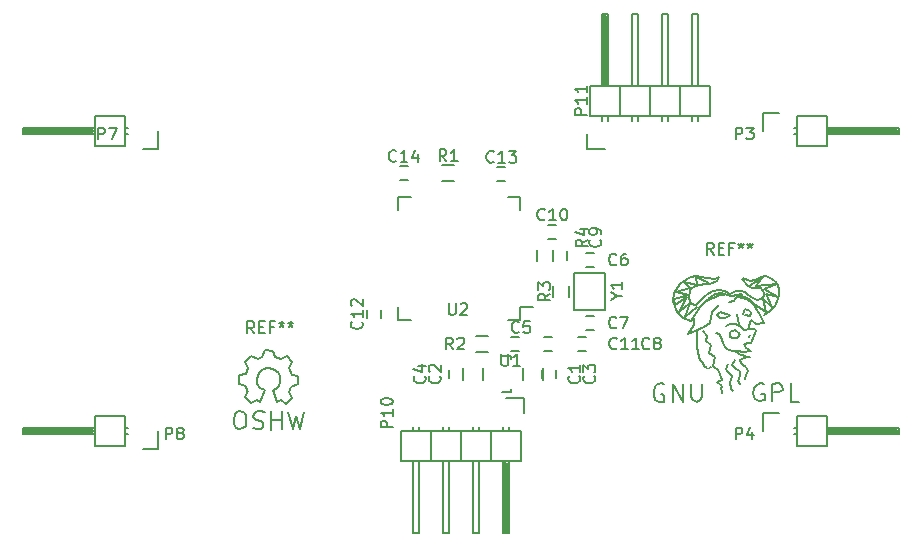
<source format=gbr>
G04 #@! TF.FileFunction,Legend,Top*
%FSLAX46Y46*%
G04 Gerber Fmt 4.6, Leading zero omitted, Abs format (unit mm)*
G04 Created by KiCad (PCBNEW 4.0.2-stable) date 2016年09月17日 星期六 10:25:48*
%MOMM*%
G01*
G04 APERTURE LIST*
%ADD10C,0.100000*%
%ADD11C,0.150000*%
G04 APERTURE END LIST*
D10*
D11*
X149518000Y-96020000D02*
X149518000Y-97020000D01*
X151218000Y-97020000D02*
X151218000Y-96020000D01*
X144438000Y-96020000D02*
X144438000Y-97020000D01*
X146138000Y-97020000D02*
X146138000Y-96020000D01*
X152365000Y-96170000D02*
X152365000Y-96870000D01*
X151165000Y-96870000D02*
X151165000Y-96170000D01*
X144491000Y-96170000D02*
X144491000Y-96870000D01*
X143291000Y-96870000D02*
X143291000Y-96170000D01*
X148494000Y-93380000D02*
X149194000Y-93380000D01*
X149194000Y-94580000D02*
X148494000Y-94580000D01*
X154844000Y-86268000D02*
X155544000Y-86268000D01*
X155544000Y-87468000D02*
X154844000Y-87468000D01*
X155544000Y-92802000D02*
X154844000Y-92802000D01*
X154844000Y-91602000D02*
X155544000Y-91602000D01*
X154209000Y-93380000D02*
X154909000Y-93380000D01*
X154909000Y-94580000D02*
X154209000Y-94580000D01*
X152054000Y-86837000D02*
X152054000Y-86137000D01*
X153254000Y-86137000D02*
X153254000Y-86837000D01*
X151669000Y-83855000D02*
X152369000Y-83855000D01*
X152369000Y-85055000D02*
X151669000Y-85055000D01*
X151988000Y-94580000D02*
X151288000Y-94580000D01*
X151288000Y-93380000D02*
X151988000Y-93380000D01*
X137506000Y-91090000D02*
X137506000Y-91790000D01*
X136306000Y-91790000D02*
X136306000Y-91090000D01*
X147351000Y-78965500D02*
X148051000Y-78965500D01*
X148051000Y-80165500D02*
X147351000Y-80165500D01*
X139796000Y-80102000D02*
X139096000Y-80102000D01*
X139096000Y-78902000D02*
X139796000Y-78902000D01*
X169896000Y-74396000D02*
X169896000Y-75946000D01*
X171196000Y-74396000D02*
X169896000Y-74396000D01*
X175387000Y-75819000D02*
X181229000Y-75819000D01*
X181229000Y-75819000D02*
X181229000Y-76073000D01*
X181229000Y-76073000D02*
X175387000Y-76073000D01*
X175387000Y-76073000D02*
X175387000Y-75946000D01*
X175387000Y-75946000D02*
X181229000Y-75946000D01*
X172720000Y-76200000D02*
X172466000Y-76200000D01*
X172720000Y-75692000D02*
X172466000Y-75692000D01*
X172720000Y-74676000D02*
X175260000Y-74676000D01*
X172720000Y-74676000D02*
X172720000Y-77216000D01*
X172720000Y-77216000D02*
X175260000Y-77216000D01*
X175260000Y-75692000D02*
X181356000Y-75692000D01*
X181356000Y-75692000D02*
X181356000Y-76200000D01*
X181356000Y-76200000D02*
X175260000Y-76200000D01*
X175260000Y-77216000D02*
X175260000Y-74676000D01*
X169896000Y-99796000D02*
X169896000Y-101346000D01*
X171196000Y-99796000D02*
X169896000Y-99796000D01*
X175387000Y-101219000D02*
X181229000Y-101219000D01*
X181229000Y-101219000D02*
X181229000Y-101473000D01*
X181229000Y-101473000D02*
X175387000Y-101473000D01*
X175387000Y-101473000D02*
X175387000Y-101346000D01*
X175387000Y-101346000D02*
X181229000Y-101346000D01*
X172720000Y-101600000D02*
X172466000Y-101600000D01*
X172720000Y-101092000D02*
X172466000Y-101092000D01*
X172720000Y-100076000D02*
X175260000Y-100076000D01*
X172720000Y-100076000D02*
X172720000Y-102616000D01*
X172720000Y-102616000D02*
X175260000Y-102616000D01*
X175260000Y-101092000D02*
X181356000Y-101092000D01*
X181356000Y-101092000D02*
X181356000Y-101600000D01*
X181356000Y-101600000D02*
X175260000Y-101600000D01*
X175260000Y-102616000D02*
X175260000Y-100076000D01*
X118648000Y-77496000D02*
X118648000Y-75946000D01*
X117348000Y-77496000D02*
X118648000Y-77496000D01*
X113157000Y-76073000D02*
X107315000Y-76073000D01*
X107315000Y-76073000D02*
X107315000Y-75819000D01*
X107315000Y-75819000D02*
X113157000Y-75819000D01*
X113157000Y-75819000D02*
X113157000Y-75946000D01*
X113157000Y-75946000D02*
X107315000Y-75946000D01*
X115824000Y-75692000D02*
X116078000Y-75692000D01*
X115824000Y-76200000D02*
X116078000Y-76200000D01*
X115824000Y-77216000D02*
X113284000Y-77216000D01*
X115824000Y-77216000D02*
X115824000Y-74676000D01*
X115824000Y-74676000D02*
X113284000Y-74676000D01*
X113284000Y-76200000D02*
X107188000Y-76200000D01*
X107188000Y-76200000D02*
X107188000Y-75692000D01*
X107188000Y-75692000D02*
X113284000Y-75692000D01*
X113284000Y-74676000D02*
X113284000Y-77216000D01*
X118648000Y-102896000D02*
X118648000Y-101346000D01*
X117348000Y-102896000D02*
X118648000Y-102896000D01*
X113157000Y-101473000D02*
X107315000Y-101473000D01*
X107315000Y-101473000D02*
X107315000Y-101219000D01*
X107315000Y-101219000D02*
X113157000Y-101219000D01*
X113157000Y-101219000D02*
X113157000Y-101346000D01*
X113157000Y-101346000D02*
X107315000Y-101346000D01*
X115824000Y-101092000D02*
X116078000Y-101092000D01*
X115824000Y-101600000D02*
X116078000Y-101600000D01*
X115824000Y-102616000D02*
X113284000Y-102616000D01*
X115824000Y-102616000D02*
X115824000Y-100076000D01*
X115824000Y-100076000D02*
X113284000Y-100076000D01*
X113284000Y-101600000D02*
X107188000Y-101600000D01*
X107188000Y-101600000D02*
X107188000Y-101092000D01*
X107188000Y-101092000D02*
X113284000Y-101092000D01*
X113284000Y-100076000D02*
X113284000Y-102616000D01*
X149632000Y-98522000D02*
X148082000Y-98522000D01*
X149632000Y-99822000D02*
X149632000Y-98522000D01*
X148209000Y-104013000D02*
X148209000Y-109855000D01*
X148209000Y-109855000D02*
X147955000Y-109855000D01*
X147955000Y-109855000D02*
X147955000Y-104013000D01*
X147955000Y-104013000D02*
X148082000Y-104013000D01*
X148082000Y-104013000D02*
X148082000Y-109855000D01*
X148336000Y-101346000D02*
X148336000Y-100965000D01*
X147828000Y-101346000D02*
X147828000Y-100965000D01*
X145796000Y-101346000D02*
X145796000Y-100965000D01*
X145288000Y-101346000D02*
X145288000Y-100965000D01*
X143256000Y-101346000D02*
X143256000Y-100965000D01*
X142748000Y-101346000D02*
X142748000Y-100965000D01*
X140208000Y-101346000D02*
X140208000Y-100965000D01*
X140716000Y-101346000D02*
X140716000Y-100965000D01*
X149352000Y-101346000D02*
X149352000Y-103886000D01*
X146812000Y-101346000D02*
X146812000Y-103886000D01*
X146812000Y-101346000D02*
X144272000Y-101346000D01*
X144272000Y-101346000D02*
X144272000Y-103886000D01*
X145796000Y-103886000D02*
X145796000Y-109982000D01*
X145796000Y-109982000D02*
X145288000Y-109982000D01*
X145288000Y-109982000D02*
X145288000Y-103886000D01*
X144272000Y-103886000D02*
X146812000Y-103886000D01*
X146812000Y-103886000D02*
X149352000Y-103886000D01*
X147828000Y-109982000D02*
X147828000Y-103886000D01*
X148336000Y-109982000D02*
X147828000Y-109982000D01*
X148336000Y-103886000D02*
X148336000Y-109982000D01*
X146812000Y-101346000D02*
X146812000Y-103886000D01*
X149352000Y-101346000D02*
X146812000Y-101346000D01*
X141732000Y-101346000D02*
X141732000Y-103886000D01*
X141732000Y-101346000D02*
X139192000Y-101346000D01*
X139192000Y-101346000D02*
X139192000Y-103886000D01*
X140716000Y-103886000D02*
X140716000Y-109982000D01*
X140716000Y-109982000D02*
X140208000Y-109982000D01*
X140208000Y-109982000D02*
X140208000Y-103886000D01*
X139192000Y-103886000D02*
X141732000Y-103886000D01*
X141732000Y-103886000D02*
X144272000Y-103886000D01*
X142748000Y-109982000D02*
X142748000Y-103886000D01*
X143256000Y-109982000D02*
X142748000Y-109982000D01*
X143256000Y-103886000D02*
X143256000Y-109982000D01*
X141732000Y-101346000D02*
X141732000Y-103886000D01*
X144272000Y-101346000D02*
X141732000Y-101346000D01*
X144272000Y-101346000D02*
X144272000Y-103886000D01*
X154914000Y-77500000D02*
X156464000Y-77500000D01*
X154914000Y-76200000D02*
X154914000Y-77500000D01*
X156337000Y-72009000D02*
X156337000Y-66167000D01*
X156337000Y-66167000D02*
X156591000Y-66167000D01*
X156591000Y-66167000D02*
X156591000Y-72009000D01*
X156591000Y-72009000D02*
X156464000Y-72009000D01*
X156464000Y-72009000D02*
X156464000Y-66167000D01*
X156210000Y-74676000D02*
X156210000Y-75057000D01*
X156718000Y-74676000D02*
X156718000Y-75057000D01*
X158750000Y-74676000D02*
X158750000Y-75057000D01*
X159258000Y-74676000D02*
X159258000Y-75057000D01*
X161290000Y-74676000D02*
X161290000Y-75057000D01*
X161798000Y-74676000D02*
X161798000Y-75057000D01*
X164338000Y-74676000D02*
X164338000Y-75057000D01*
X163830000Y-74676000D02*
X163830000Y-75057000D01*
X155194000Y-74676000D02*
X155194000Y-72136000D01*
X157734000Y-74676000D02*
X157734000Y-72136000D01*
X157734000Y-74676000D02*
X160274000Y-74676000D01*
X160274000Y-74676000D02*
X160274000Y-72136000D01*
X158750000Y-72136000D02*
X158750000Y-66040000D01*
X158750000Y-66040000D02*
X159258000Y-66040000D01*
X159258000Y-66040000D02*
X159258000Y-72136000D01*
X160274000Y-72136000D02*
X157734000Y-72136000D01*
X157734000Y-72136000D02*
X155194000Y-72136000D01*
X156718000Y-66040000D02*
X156718000Y-72136000D01*
X156210000Y-66040000D02*
X156718000Y-66040000D01*
X156210000Y-72136000D02*
X156210000Y-66040000D01*
X157734000Y-74676000D02*
X157734000Y-72136000D01*
X155194000Y-74676000D02*
X157734000Y-74676000D01*
X162814000Y-74676000D02*
X162814000Y-72136000D01*
X162814000Y-74676000D02*
X165354000Y-74676000D01*
X165354000Y-74676000D02*
X165354000Y-72136000D01*
X163830000Y-72136000D02*
X163830000Y-66040000D01*
X163830000Y-66040000D02*
X164338000Y-66040000D01*
X164338000Y-66040000D02*
X164338000Y-72136000D01*
X165354000Y-72136000D02*
X162814000Y-72136000D01*
X162814000Y-72136000D02*
X160274000Y-72136000D01*
X161798000Y-66040000D02*
X161798000Y-72136000D01*
X161290000Y-66040000D02*
X161798000Y-66040000D01*
X161290000Y-72136000D02*
X161290000Y-66040000D01*
X162814000Y-74676000D02*
X162814000Y-72136000D01*
X160274000Y-74676000D02*
X162814000Y-74676000D01*
X160274000Y-74676000D02*
X160274000Y-72136000D01*
X142692500Y-78827000D02*
X143692500Y-78827000D01*
X143692500Y-80177000D02*
X142692500Y-80177000D01*
X145550000Y-93305000D02*
X146550000Y-93305000D01*
X146550000Y-94655000D02*
X145550000Y-94655000D01*
X152106000Y-90035000D02*
X152106000Y-89035000D01*
X153456000Y-89035000D02*
X153456000Y-90035000D01*
X150709000Y-86987000D02*
X150709000Y-85987000D01*
X152059000Y-85987000D02*
X152059000Y-86987000D01*
X148478240Y-97819160D02*
X148478240Y-97770900D01*
X147777200Y-95020180D02*
X148478240Y-95020180D01*
X148478240Y-95020180D02*
X148478240Y-95269100D01*
X148478240Y-97819160D02*
X148478240Y-98019820D01*
X148478240Y-98019820D02*
X147777200Y-98019820D01*
X149320000Y-91916000D02*
X149320000Y-90841000D01*
X138970000Y-91916000D02*
X138970000Y-90841000D01*
X138970000Y-81566000D02*
X138970000Y-82641000D01*
X149320000Y-81566000D02*
X149320000Y-82641000D01*
X149320000Y-91916000D02*
X148245000Y-91916000D01*
X149320000Y-81566000D02*
X148245000Y-81566000D01*
X138970000Y-81566000D02*
X140045000Y-81566000D01*
X138970000Y-91916000D02*
X140045000Y-91916000D01*
X149320000Y-90841000D02*
X150345000Y-90841000D01*
X156494000Y-87935000D02*
X156494000Y-91135000D01*
X156494000Y-91135000D02*
X153894000Y-91135000D01*
X153894000Y-91135000D02*
X153894000Y-87935000D01*
X153894000Y-87935000D02*
X156494000Y-87935000D01*
X129668780Y-99689860D02*
X130029460Y-101160520D01*
X130029460Y-101160520D02*
X130308860Y-100098800D01*
X130308860Y-100098800D02*
X130618740Y-101170680D01*
X130618740Y-101170680D02*
X130959100Y-99720340D01*
X128248920Y-100380740D02*
X129038860Y-100370580D01*
X129038860Y-100370580D02*
X129049020Y-100380740D01*
X129049020Y-100380740D02*
X129049020Y-100370580D01*
X129089660Y-99659380D02*
X129089660Y-101201160D01*
X128200660Y-99649220D02*
X128200660Y-101218940D01*
X128200660Y-101218940D02*
X128210820Y-101208780D01*
X127649480Y-99750820D02*
X127298960Y-99669540D01*
X127298960Y-99669540D02*
X126978920Y-99659380D01*
X126978920Y-99659380D02*
X126740160Y-99860040D01*
X126740160Y-99860040D02*
X126709680Y-100129280D01*
X126709680Y-100129280D02*
X126950980Y-100370580D01*
X126950980Y-100370580D02*
X127339600Y-100500120D01*
X127339600Y-100500120D02*
X127519940Y-100660140D01*
X127519940Y-100660140D02*
X127560580Y-100959860D01*
X127560580Y-100959860D02*
X127329440Y-101180840D01*
X127329440Y-101180840D02*
X127009400Y-101208780D01*
X127009400Y-101208780D02*
X126658880Y-101099560D01*
X125620020Y-99649220D02*
X125371100Y-99669540D01*
X125371100Y-99669540D02*
X125129800Y-99910840D01*
X125129800Y-99910840D02*
X125040900Y-100401060D01*
X125040900Y-100401060D02*
X125068840Y-100749040D01*
X125068840Y-100749040D02*
X125269500Y-101069080D01*
X125269500Y-101069080D02*
X125520960Y-101191000D01*
X125520960Y-101191000D02*
X125830840Y-101119880D01*
X125830840Y-101119880D02*
X126049280Y-100939540D01*
X126049280Y-100939540D02*
X126120400Y-100479800D01*
X126120400Y-100479800D02*
X126069600Y-100070860D01*
X126069600Y-100070860D02*
X125960380Y-99788920D01*
X125960380Y-99788920D02*
X125599700Y-99659380D01*
X126219460Y-97929640D02*
X125960380Y-98490980D01*
X125960380Y-98490980D02*
X126498860Y-99009140D01*
X126498860Y-99009140D02*
X127019560Y-98739900D01*
X127019560Y-98739900D02*
X127298960Y-98899920D01*
X128739140Y-98879600D02*
X129069340Y-98689100D01*
X129069340Y-98689100D02*
X129508760Y-99019300D01*
X129508760Y-99019300D02*
X129981200Y-98529080D01*
X129981200Y-98529080D02*
X129699260Y-98049020D01*
X129699260Y-98049020D02*
X129889760Y-97579120D01*
X129889760Y-97579120D02*
X130499360Y-97391160D01*
X130499360Y-97391160D02*
X130499360Y-96710440D01*
X130499360Y-96710440D02*
X129940560Y-96570740D01*
X129940560Y-96570740D02*
X129739900Y-95999240D01*
X129739900Y-95999240D02*
X130009140Y-95529340D01*
X130009140Y-95529340D02*
X129539240Y-95018800D01*
X129539240Y-95018800D02*
X129021080Y-95280420D01*
X129021080Y-95280420D02*
X128551180Y-95079760D01*
X128551180Y-95079760D02*
X128381000Y-94538740D01*
X128381000Y-94538740D02*
X127690120Y-94520960D01*
X127690120Y-94520960D02*
X127479300Y-95069600D01*
X127479300Y-95069600D02*
X127060200Y-95239780D01*
X127060200Y-95239780D02*
X126509020Y-94970540D01*
X126509020Y-94970540D02*
X125990860Y-95498860D01*
X125990860Y-95498860D02*
X126239780Y-96039880D01*
X126239780Y-96039880D02*
X126069600Y-96519940D01*
X126069600Y-96519940D02*
X125520960Y-96619000D01*
X125520960Y-96619000D02*
X125510800Y-97320040D01*
X125510800Y-97320040D02*
X126069600Y-97520700D01*
X126069600Y-97520700D02*
X126209300Y-97919480D01*
X128350520Y-97899160D02*
X128650240Y-97749300D01*
X128650240Y-97749300D02*
X128850900Y-97551180D01*
X128850900Y-97551180D02*
X129000760Y-97149860D01*
X129000760Y-97149860D02*
X129000760Y-96751080D01*
X129000760Y-96751080D02*
X128850900Y-96400560D01*
X128850900Y-96400560D02*
X128398780Y-96050040D01*
X128398780Y-96050040D02*
X127949200Y-95999240D01*
X127949200Y-95999240D02*
X127550420Y-96100840D01*
X127550420Y-96100840D02*
X127149100Y-96448820D01*
X127149100Y-96448820D02*
X126999240Y-96900940D01*
X126999240Y-96900940D02*
X127050040Y-97398780D01*
X127050040Y-97398780D02*
X127298960Y-97701040D01*
X127298960Y-97701040D02*
X127649480Y-97899160D01*
X127649480Y-97899160D02*
X127298960Y-98899920D01*
X128350520Y-97899160D02*
X128749300Y-98899920D01*
X172199380Y-97250180D02*
X172199380Y-98850380D01*
X172199380Y-98850380D02*
X172900420Y-98850380D01*
X170649980Y-98799580D02*
X170649980Y-97349240D01*
X170649980Y-97349240D02*
X171201160Y-97300980D01*
X171201160Y-97300980D02*
X171450080Y-97499100D01*
X171450080Y-97499100D02*
X171549140Y-97900420D01*
X171549140Y-97900420D02*
X171249420Y-98050280D01*
X171249420Y-98050280D02*
X170749040Y-97999480D01*
X169948940Y-97400040D02*
X169700020Y-97300980D01*
X169700020Y-97300980D02*
X169400300Y-97349240D01*
X169400300Y-97349240D02*
X169100580Y-97699760D01*
X169100580Y-97699760D02*
X169049780Y-98200140D01*
X169049780Y-98200140D02*
X169199640Y-98649720D01*
X169199640Y-98649720D02*
X169550160Y-98799580D01*
X169550160Y-98799580D02*
X169999740Y-98700520D01*
X169999740Y-98700520D02*
X169999740Y-98200140D01*
X169999740Y-98200140D02*
X169700020Y-98200140D01*
X163748800Y-97349240D02*
X163748800Y-98499860D01*
X163748800Y-98499860D02*
X163901200Y-98748780D01*
X163901200Y-98748780D02*
X164249180Y-98901180D01*
X164249180Y-98901180D02*
X164548900Y-98748780D01*
X164548900Y-98748780D02*
X164650500Y-98449060D01*
X164650500Y-98449060D02*
X164650500Y-97349240D01*
X162199400Y-98901180D02*
X162199400Y-97349240D01*
X162199400Y-97349240D02*
X163050300Y-98850380D01*
X163050300Y-98850380D02*
X163050300Y-97349240D01*
X161450100Y-97400040D02*
X161249440Y-97300980D01*
X161249440Y-97300980D02*
X160799860Y-97450840D01*
X160799860Y-97450840D02*
X160599200Y-97849620D01*
X160599200Y-97849620D02*
X160599200Y-98299200D01*
X160599200Y-98299200D02*
X160749060Y-98700520D01*
X160749060Y-98700520D02*
X161048780Y-98850380D01*
X161048780Y-98850380D02*
X161450100Y-98850380D01*
X161450100Y-98850380D02*
X161500900Y-98299200D01*
X161500900Y-98299200D02*
X161249440Y-98200140D01*
X164249180Y-90849380D02*
X163250960Y-91649480D01*
X163250960Y-91649480D02*
X163700540Y-90498860D01*
X163700540Y-90498860D02*
X162750580Y-91298960D01*
X162750580Y-91298960D02*
X163449080Y-90001020D01*
X163449080Y-90001020D02*
X162400060Y-90651260D01*
X162400060Y-90651260D02*
X162301000Y-90199140D01*
X162301000Y-90199140D02*
X163598940Y-89851160D01*
X163598940Y-89851160D02*
X162450860Y-89599700D01*
X162450860Y-89599700D02*
X163700540Y-89200920D01*
X163700540Y-89200920D02*
X163200160Y-88700540D01*
X163200160Y-88700540D02*
X164249180Y-88949460D01*
X164249180Y-88949460D02*
X164200920Y-88299220D01*
X164200920Y-88299220D02*
X165300740Y-88799600D01*
X167749300Y-90001020D02*
X168399540Y-90199140D01*
X168399540Y-90199140D02*
X168800860Y-90399800D01*
X168800860Y-90399800D02*
X170098800Y-91250700D01*
X170098800Y-91250700D02*
X169849880Y-90150880D01*
X169849880Y-90150880D02*
X170599180Y-90849380D01*
X170599180Y-90849380D02*
X170149600Y-89749560D01*
X170149600Y-89749560D02*
X171150360Y-90001020D01*
X171150360Y-90001020D02*
X169900680Y-89299980D01*
X169900680Y-89299980D02*
X171048760Y-88850400D01*
X171048760Y-88850400D02*
X169301240Y-89051060D01*
X169301240Y-89051060D02*
X169799080Y-88350020D01*
X169799080Y-88350020D02*
X168651000Y-89051060D01*
X167850900Y-89698760D02*
X168099820Y-89749560D01*
X164950220Y-90450600D02*
X165450600Y-90150880D01*
X165450600Y-90150880D02*
X166199900Y-89800360D01*
X166199900Y-89800360D02*
X166550420Y-89800360D01*
X165150880Y-96000500D02*
X164899420Y-95799840D01*
X164899420Y-95799840D02*
X164749560Y-95599180D01*
X164749560Y-95599180D02*
X164500640Y-95350260D01*
X164500640Y-95350260D02*
X164449840Y-95050540D01*
X164449840Y-95050540D02*
X164350780Y-94649220D01*
X164350780Y-94649220D02*
X164299980Y-94250440D01*
X164299980Y-94250440D02*
X164249180Y-93849120D01*
X164249180Y-93849120D02*
X164249180Y-93348740D01*
X164249180Y-93348740D02*
X164249180Y-92850900D01*
X165249940Y-96000500D02*
X165450600Y-95949700D01*
X164800360Y-92850900D02*
X165100080Y-93300480D01*
X165100080Y-93300480D02*
X165001020Y-93750060D01*
X165001020Y-93750060D02*
X165450600Y-94049780D01*
X165450600Y-94049780D02*
X165249940Y-94700020D01*
X165249940Y-94700020D02*
X165801120Y-95098800D01*
X165801120Y-95098800D02*
X165600460Y-95799840D01*
X165600460Y-95799840D02*
X166149100Y-96249420D01*
X166400560Y-97999480D02*
X166349760Y-98101080D01*
X166100840Y-96351020D02*
X166298960Y-96749800D01*
X166298960Y-96749800D02*
X166400560Y-97049520D01*
X166400560Y-97049520D02*
X165999240Y-97151120D01*
X165999240Y-97151120D02*
X166349760Y-97499100D01*
X166349760Y-97499100D02*
X166298960Y-97798820D01*
X166298960Y-97798820D02*
X166349760Y-97951220D01*
X166850140Y-95700780D02*
X166700280Y-96099560D01*
X166700280Y-96099560D02*
X166799340Y-96300220D01*
X166799340Y-96300220D02*
X167050800Y-96500880D01*
X167050800Y-96500880D02*
X167200660Y-96699000D01*
X167200660Y-96699000D02*
X167149860Y-97001260D01*
X167149860Y-97001260D02*
X167099060Y-97199380D01*
X167099060Y-97199380D02*
X167149860Y-97750560D01*
X167149860Y-97750560D02*
X167350520Y-97951220D01*
X167449580Y-95299460D02*
X167248920Y-95749040D01*
X167248920Y-95749040D02*
X167551180Y-96048760D01*
X167551180Y-96048760D02*
X167949960Y-96249420D01*
X167949960Y-96249420D02*
X167899160Y-96699000D01*
X167899160Y-96699000D02*
X167749300Y-97100320D01*
X167749300Y-97100320D02*
X167899160Y-97349240D01*
X168300480Y-96899660D02*
X168348740Y-96899660D01*
X168249680Y-94948940D02*
X168501140Y-95050540D01*
X168501140Y-95050540D02*
X168750060Y-95050540D01*
X168750060Y-95050540D02*
X168549400Y-95098800D01*
X168549400Y-95098800D02*
X168000760Y-95200400D01*
X168000760Y-95200400D02*
X167949960Y-95350260D01*
X167949960Y-95350260D02*
X168000760Y-95550920D01*
X168000760Y-95550920D02*
X168198880Y-95749040D01*
X168198880Y-95749040D02*
X168450340Y-95949700D01*
X168450340Y-95949700D02*
X168549400Y-96300220D01*
X168549400Y-96300220D02*
X168450340Y-96599940D01*
X168450340Y-96599940D02*
X168300480Y-96899660D01*
X167599440Y-94649220D02*
X168000760Y-94900680D01*
X168000760Y-94900680D02*
X168249680Y-94900680D01*
X168800860Y-94550160D02*
X168198880Y-94649220D01*
X168198880Y-94649220D02*
X167749300Y-94600960D01*
X167749300Y-94600960D02*
X167248920Y-94550160D01*
X167248920Y-94550160D02*
X166799340Y-94400300D01*
X166799340Y-94400300D02*
X166649480Y-94199640D01*
X166649480Y-94199640D02*
X166448820Y-93849120D01*
X166448820Y-93849120D02*
X166298960Y-93348740D01*
X166298960Y-93348740D02*
X166149100Y-93099820D01*
X166149100Y-93099820D02*
X165849380Y-93049020D01*
X168800860Y-93849120D02*
X168651000Y-93849120D01*
X168651000Y-93849120D02*
X168249680Y-93950720D01*
X168249680Y-93950720D02*
X168399540Y-94301240D01*
X168399540Y-94301240D02*
X168750060Y-94499360D01*
X168750060Y-92000000D02*
X168699260Y-92650240D01*
X168000760Y-92500380D02*
X168099820Y-92650240D01*
X168099820Y-92650240D02*
X168249680Y-92800100D01*
X168249680Y-92800100D02*
X168399540Y-92800100D01*
X168399540Y-92800100D02*
X168600200Y-92701040D01*
X168600200Y-92701040D02*
X168800860Y-92701040D01*
X167850900Y-92449580D02*
X167551180Y-92299720D01*
X167551180Y-92299720D02*
X167248920Y-92299720D01*
X167248920Y-92299720D02*
X167099060Y-92299720D01*
X167099060Y-92299720D02*
X166900940Y-92398780D01*
X166900940Y-92398780D02*
X166700280Y-92449580D01*
X167650240Y-91448820D02*
X167701040Y-91900940D01*
X167701040Y-91900940D02*
X167850900Y-92299720D01*
X167850900Y-92299720D02*
X167949960Y-92449580D01*
X168750060Y-93249680D02*
X168651000Y-93399540D01*
X167899160Y-93150620D02*
X167449580Y-92800100D01*
X167449580Y-92800100D02*
X167050800Y-92949960D01*
X167050800Y-92949960D02*
X167099060Y-93348740D01*
X167099060Y-93348740D02*
X167350520Y-93501140D01*
X167350520Y-93501140D02*
X167650240Y-93501140D01*
X167650240Y-93501140D02*
X167749300Y-93399540D01*
X167749300Y-93399540D02*
X167899160Y-93150620D01*
X168198880Y-91400560D02*
X168348740Y-91050040D01*
X168348740Y-91050040D02*
X168750060Y-91149100D01*
X168750060Y-91149100D02*
X168849120Y-91349760D01*
X168849120Y-91349760D02*
X168750060Y-91601220D01*
X168750060Y-91601220D02*
X168300480Y-91499620D01*
X167050800Y-91550420D02*
X166700280Y-91400560D01*
X166700280Y-91400560D02*
X166250700Y-91298960D01*
X166250700Y-91298960D02*
X165999240Y-91550420D01*
X165999240Y-91550420D02*
X166199900Y-91799340D01*
X166199900Y-91799340D02*
X166601220Y-91799340D01*
X166601220Y-91799340D02*
X167000000Y-91601220D01*
X167000000Y-90450600D02*
X167398780Y-90300740D01*
X167398780Y-90300740D02*
X167650240Y-89950220D01*
X164000260Y-91751080D02*
X164000260Y-92350520D01*
X164000260Y-92350520D02*
X163499880Y-93099820D01*
X163499880Y-93099820D02*
X164899420Y-92551180D01*
X164899420Y-92551180D02*
X165399800Y-92200660D01*
X165399800Y-92200660D02*
X165549660Y-91250700D01*
X165549660Y-91250700D02*
X166149100Y-90699520D01*
X168099820Y-88499880D02*
X168549400Y-89099320D01*
X168549400Y-89099320D02*
X168899920Y-89200920D01*
X168899920Y-89200920D02*
X169349500Y-89200920D01*
X169349500Y-89200920D02*
X169700020Y-89249180D01*
X169700020Y-89249180D02*
X169900680Y-89650500D01*
X169900680Y-89650500D02*
X169948940Y-89950220D01*
X169948940Y-89950220D02*
X169649220Y-90199140D01*
X169649220Y-90199140D02*
X169349500Y-90249940D01*
X169349500Y-90249940D02*
X168998980Y-90100080D01*
X168998980Y-90100080D02*
X168549400Y-89800360D01*
X168549400Y-89800360D02*
X168300480Y-89599700D01*
X168300480Y-89599700D02*
X168000760Y-89449840D01*
X168000760Y-89449840D02*
X167599440Y-89449840D01*
X167599440Y-89449840D02*
X167099060Y-89698760D01*
X167099060Y-89698760D02*
X166900940Y-89650500D01*
X166900940Y-89650500D02*
X166601220Y-89500640D01*
X166601220Y-89500640D02*
X166100840Y-89399040D01*
X166100840Y-89399040D02*
X165600460Y-89449840D01*
X165600460Y-89449840D02*
X165001020Y-89851160D01*
X165001020Y-89851160D02*
X164548900Y-90300740D01*
X164548900Y-90300740D02*
X164200920Y-90699520D01*
X164200920Y-90699520D02*
X163748800Y-90549660D01*
X163748800Y-90549660D02*
X163550680Y-90049280D01*
X163550680Y-90049280D02*
X163649740Y-89399040D01*
X163649740Y-89399040D02*
X163949460Y-89150120D01*
X163949460Y-89150120D02*
X164399040Y-89000260D01*
X164399040Y-89000260D02*
X165049280Y-88850400D01*
X165049280Y-88850400D02*
X165399800Y-88901200D01*
X165399800Y-88901200D02*
X165950980Y-88649740D01*
X165950980Y-88649740D02*
X166149100Y-88299220D01*
X166149100Y-88299220D02*
X165750320Y-88449080D01*
X165750320Y-88449080D02*
X165100080Y-88400820D01*
X165100080Y-88400820D02*
X164150120Y-88250960D01*
X164150120Y-88250960D02*
X163748800Y-88299220D01*
X163748800Y-88299220D02*
X163400820Y-88449080D01*
X163400820Y-88449080D02*
X162798840Y-88850400D01*
X162798840Y-88850400D02*
X162349260Y-89650500D01*
X162349260Y-89650500D02*
X162250200Y-90349000D01*
X162250200Y-90349000D02*
X162549920Y-91250700D01*
X162549920Y-91250700D02*
X163101100Y-91751080D01*
X163101100Y-91751080D02*
X163748800Y-92000000D01*
X163748800Y-92000000D02*
X164500640Y-90801120D01*
X164500640Y-90801120D02*
X165199140Y-90150880D01*
X165199140Y-90150880D02*
X165801120Y-89698760D01*
X165801120Y-89698760D02*
X166349760Y-89650500D01*
X166349760Y-89650500D02*
X166799340Y-89851160D01*
X166799340Y-89851160D02*
X167200660Y-89950220D01*
X167200660Y-89950220D02*
X167650240Y-89800360D01*
X167650240Y-89800360D02*
X168099820Y-89899420D01*
X168099820Y-89899420D02*
X168699260Y-90199140D01*
X168699260Y-90199140D02*
X168899920Y-90450600D01*
X168899920Y-90450600D02*
X169600960Y-91550420D01*
X169600960Y-91550420D02*
X169900680Y-92200660D01*
X169900680Y-92200660D02*
X169301240Y-92299720D01*
X169301240Y-92299720D02*
X168849120Y-91900940D01*
X168750060Y-92701040D02*
X169148840Y-92701040D01*
X169148840Y-92701040D02*
X169301240Y-92850900D01*
X169301240Y-92850900D02*
X168800860Y-93849120D01*
X168150620Y-88400820D02*
X168750060Y-88649740D01*
X168750060Y-88649740D02*
X169199640Y-88550680D01*
X169199640Y-88550680D02*
X169700020Y-88299220D01*
X169700020Y-88299220D02*
X170149600Y-88250960D01*
X170149600Y-88250960D02*
X170599180Y-88499880D01*
X170599180Y-88499880D02*
X171048760Y-88799600D01*
X171048760Y-88799600D02*
X171249420Y-89350780D01*
X171249420Y-89350780D02*
X171249420Y-89800360D01*
X171249420Y-89800360D02*
X171150360Y-90199140D01*
X171150360Y-90199140D02*
X170898900Y-90750320D01*
X170898900Y-90750320D02*
X170449320Y-91149100D01*
X170449320Y-91149100D02*
X169900680Y-91550420D01*
X154281143Y-96686666D02*
X154328762Y-96734285D01*
X154376381Y-96877142D01*
X154376381Y-96972380D01*
X154328762Y-97115238D01*
X154233524Y-97210476D01*
X154138286Y-97258095D01*
X153947810Y-97305714D01*
X153804952Y-97305714D01*
X153614476Y-97258095D01*
X153519238Y-97210476D01*
X153424000Y-97115238D01*
X153376381Y-96972380D01*
X153376381Y-96877142D01*
X153424000Y-96734285D01*
X153471619Y-96686666D01*
X154376381Y-95734285D02*
X154376381Y-96305714D01*
X154376381Y-96020000D02*
X153376381Y-96020000D01*
X153519238Y-96115238D01*
X153614476Y-96210476D01*
X153662095Y-96305714D01*
X142470143Y-96686666D02*
X142517762Y-96734285D01*
X142565381Y-96877142D01*
X142565381Y-96972380D01*
X142517762Y-97115238D01*
X142422524Y-97210476D01*
X142327286Y-97258095D01*
X142136810Y-97305714D01*
X141993952Y-97305714D01*
X141803476Y-97258095D01*
X141708238Y-97210476D01*
X141613000Y-97115238D01*
X141565381Y-96972380D01*
X141565381Y-96877142D01*
X141613000Y-96734285D01*
X141660619Y-96686666D01*
X141660619Y-96305714D02*
X141613000Y-96258095D01*
X141565381Y-96162857D01*
X141565381Y-95924761D01*
X141613000Y-95829523D01*
X141660619Y-95781904D01*
X141755857Y-95734285D01*
X141851095Y-95734285D01*
X141993952Y-95781904D01*
X142565381Y-96353333D01*
X142565381Y-95734285D01*
X155551143Y-96686666D02*
X155598762Y-96734285D01*
X155646381Y-96877142D01*
X155646381Y-96972380D01*
X155598762Y-97115238D01*
X155503524Y-97210476D01*
X155408286Y-97258095D01*
X155217810Y-97305714D01*
X155074952Y-97305714D01*
X154884476Y-97258095D01*
X154789238Y-97210476D01*
X154694000Y-97115238D01*
X154646381Y-96972380D01*
X154646381Y-96877142D01*
X154694000Y-96734285D01*
X154741619Y-96686666D01*
X154646381Y-96353333D02*
X154646381Y-95734285D01*
X155027333Y-96067619D01*
X155027333Y-95924761D01*
X155074952Y-95829523D01*
X155122571Y-95781904D01*
X155217810Y-95734285D01*
X155455905Y-95734285D01*
X155551143Y-95781904D01*
X155598762Y-95829523D01*
X155646381Y-95924761D01*
X155646381Y-96210476D01*
X155598762Y-96305714D01*
X155551143Y-96353333D01*
X141200143Y-96686666D02*
X141247762Y-96734285D01*
X141295381Y-96877142D01*
X141295381Y-96972380D01*
X141247762Y-97115238D01*
X141152524Y-97210476D01*
X141057286Y-97258095D01*
X140866810Y-97305714D01*
X140723952Y-97305714D01*
X140533476Y-97258095D01*
X140438238Y-97210476D01*
X140343000Y-97115238D01*
X140295381Y-96972380D01*
X140295381Y-96877142D01*
X140343000Y-96734285D01*
X140390619Y-96686666D01*
X140628714Y-95829523D02*
X141295381Y-95829523D01*
X140247762Y-96067619D02*
X140962048Y-96305714D01*
X140962048Y-95686666D01*
X149185334Y-92940143D02*
X149137715Y-92987762D01*
X148994858Y-93035381D01*
X148899620Y-93035381D01*
X148756762Y-92987762D01*
X148661524Y-92892524D01*
X148613905Y-92797286D01*
X148566286Y-92606810D01*
X148566286Y-92463952D01*
X148613905Y-92273476D01*
X148661524Y-92178238D01*
X148756762Y-92083000D01*
X148899620Y-92035381D01*
X148994858Y-92035381D01*
X149137715Y-92083000D01*
X149185334Y-92130619D01*
X150090096Y-92035381D02*
X149613905Y-92035381D01*
X149566286Y-92511571D01*
X149613905Y-92463952D01*
X149709143Y-92416333D01*
X149947239Y-92416333D01*
X150042477Y-92463952D01*
X150090096Y-92511571D01*
X150137715Y-92606810D01*
X150137715Y-92844905D01*
X150090096Y-92940143D01*
X150042477Y-92987762D01*
X149947239Y-93035381D01*
X149709143Y-93035381D01*
X149613905Y-92987762D01*
X149566286Y-92940143D01*
X157440334Y-87225143D02*
X157392715Y-87272762D01*
X157249858Y-87320381D01*
X157154620Y-87320381D01*
X157011762Y-87272762D01*
X156916524Y-87177524D01*
X156868905Y-87082286D01*
X156821286Y-86891810D01*
X156821286Y-86748952D01*
X156868905Y-86558476D01*
X156916524Y-86463238D01*
X157011762Y-86368000D01*
X157154620Y-86320381D01*
X157249858Y-86320381D01*
X157392715Y-86368000D01*
X157440334Y-86415619D01*
X158297477Y-86320381D02*
X158107000Y-86320381D01*
X158011762Y-86368000D01*
X157964143Y-86415619D01*
X157868905Y-86558476D01*
X157821286Y-86748952D01*
X157821286Y-87129905D01*
X157868905Y-87225143D01*
X157916524Y-87272762D01*
X158011762Y-87320381D01*
X158202239Y-87320381D01*
X158297477Y-87272762D01*
X158345096Y-87225143D01*
X158392715Y-87129905D01*
X158392715Y-86891810D01*
X158345096Y-86796571D01*
X158297477Y-86748952D01*
X158202239Y-86701333D01*
X158011762Y-86701333D01*
X157916524Y-86748952D01*
X157868905Y-86796571D01*
X157821286Y-86891810D01*
X157440334Y-92559143D02*
X157392715Y-92606762D01*
X157249858Y-92654381D01*
X157154620Y-92654381D01*
X157011762Y-92606762D01*
X156916524Y-92511524D01*
X156868905Y-92416286D01*
X156821286Y-92225810D01*
X156821286Y-92082952D01*
X156868905Y-91892476D01*
X156916524Y-91797238D01*
X157011762Y-91702000D01*
X157154620Y-91654381D01*
X157249858Y-91654381D01*
X157392715Y-91702000D01*
X157440334Y-91749619D01*
X157773667Y-91654381D02*
X158440334Y-91654381D01*
X158011762Y-92654381D01*
X160234334Y-94337143D02*
X160186715Y-94384762D01*
X160043858Y-94432381D01*
X159948620Y-94432381D01*
X159805762Y-94384762D01*
X159710524Y-94289524D01*
X159662905Y-94194286D01*
X159615286Y-94003810D01*
X159615286Y-93860952D01*
X159662905Y-93670476D01*
X159710524Y-93575238D01*
X159805762Y-93480000D01*
X159948620Y-93432381D01*
X160043858Y-93432381D01*
X160186715Y-93480000D01*
X160234334Y-93527619D01*
X160805762Y-93860952D02*
X160710524Y-93813333D01*
X160662905Y-93765714D01*
X160615286Y-93670476D01*
X160615286Y-93622857D01*
X160662905Y-93527619D01*
X160710524Y-93480000D01*
X160805762Y-93432381D01*
X160996239Y-93432381D01*
X161091477Y-93480000D01*
X161139096Y-93527619D01*
X161186715Y-93622857D01*
X161186715Y-93670476D01*
X161139096Y-93765714D01*
X161091477Y-93813333D01*
X160996239Y-93860952D01*
X160805762Y-93860952D01*
X160710524Y-93908571D01*
X160662905Y-93956190D01*
X160615286Y-94051429D01*
X160615286Y-94241905D01*
X160662905Y-94337143D01*
X160710524Y-94384762D01*
X160805762Y-94432381D01*
X160996239Y-94432381D01*
X161091477Y-94384762D01*
X161139096Y-94337143D01*
X161186715Y-94241905D01*
X161186715Y-94051429D01*
X161139096Y-93956190D01*
X161091477Y-93908571D01*
X160996239Y-93860952D01*
X156059143Y-85129666D02*
X156106762Y-85177285D01*
X156154381Y-85320142D01*
X156154381Y-85415380D01*
X156106762Y-85558238D01*
X156011524Y-85653476D01*
X155916286Y-85701095D01*
X155725810Y-85748714D01*
X155582952Y-85748714D01*
X155392476Y-85701095D01*
X155297238Y-85653476D01*
X155202000Y-85558238D01*
X155154381Y-85415380D01*
X155154381Y-85320142D01*
X155202000Y-85177285D01*
X155249619Y-85129666D01*
X156154381Y-84653476D02*
X156154381Y-84463000D01*
X156106762Y-84367761D01*
X156059143Y-84320142D01*
X155916286Y-84224904D01*
X155725810Y-84177285D01*
X155344857Y-84177285D01*
X155249619Y-84224904D01*
X155202000Y-84272523D01*
X155154381Y-84367761D01*
X155154381Y-84558238D01*
X155202000Y-84653476D01*
X155249619Y-84701095D01*
X155344857Y-84748714D01*
X155582952Y-84748714D01*
X155678190Y-84701095D01*
X155725810Y-84653476D01*
X155773429Y-84558238D01*
X155773429Y-84367761D01*
X155725810Y-84272523D01*
X155678190Y-84224904D01*
X155582952Y-84177285D01*
X151376143Y-83415143D02*
X151328524Y-83462762D01*
X151185667Y-83510381D01*
X151090429Y-83510381D01*
X150947571Y-83462762D01*
X150852333Y-83367524D01*
X150804714Y-83272286D01*
X150757095Y-83081810D01*
X150757095Y-82938952D01*
X150804714Y-82748476D01*
X150852333Y-82653238D01*
X150947571Y-82558000D01*
X151090429Y-82510381D01*
X151185667Y-82510381D01*
X151328524Y-82558000D01*
X151376143Y-82605619D01*
X152328524Y-83510381D02*
X151757095Y-83510381D01*
X152042809Y-83510381D02*
X152042809Y-82510381D01*
X151947571Y-82653238D01*
X151852333Y-82748476D01*
X151757095Y-82796095D01*
X152947571Y-82510381D02*
X153042810Y-82510381D01*
X153138048Y-82558000D01*
X153185667Y-82605619D01*
X153233286Y-82700857D01*
X153280905Y-82891333D01*
X153280905Y-83129429D01*
X153233286Y-83319905D01*
X153185667Y-83415143D01*
X153138048Y-83462762D01*
X153042810Y-83510381D01*
X152947571Y-83510381D01*
X152852333Y-83462762D01*
X152804714Y-83415143D01*
X152757095Y-83319905D01*
X152709476Y-83129429D01*
X152709476Y-82891333D01*
X152757095Y-82700857D01*
X152804714Y-82605619D01*
X152852333Y-82558000D01*
X152947571Y-82510381D01*
X157472143Y-94337143D02*
X157424524Y-94384762D01*
X157281667Y-94432381D01*
X157186429Y-94432381D01*
X157043571Y-94384762D01*
X156948333Y-94289524D01*
X156900714Y-94194286D01*
X156853095Y-94003810D01*
X156853095Y-93860952D01*
X156900714Y-93670476D01*
X156948333Y-93575238D01*
X157043571Y-93480000D01*
X157186429Y-93432381D01*
X157281667Y-93432381D01*
X157424524Y-93480000D01*
X157472143Y-93527619D01*
X158424524Y-94432381D02*
X157853095Y-94432381D01*
X158138809Y-94432381D02*
X158138809Y-93432381D01*
X158043571Y-93575238D01*
X157948333Y-93670476D01*
X157853095Y-93718095D01*
X159376905Y-94432381D02*
X158805476Y-94432381D01*
X159091190Y-94432381D02*
X159091190Y-93432381D01*
X158995952Y-93575238D01*
X158900714Y-93670476D01*
X158805476Y-93718095D01*
X135866143Y-92082857D02*
X135913762Y-92130476D01*
X135961381Y-92273333D01*
X135961381Y-92368571D01*
X135913762Y-92511429D01*
X135818524Y-92606667D01*
X135723286Y-92654286D01*
X135532810Y-92701905D01*
X135389952Y-92701905D01*
X135199476Y-92654286D01*
X135104238Y-92606667D01*
X135009000Y-92511429D01*
X134961381Y-92368571D01*
X134961381Y-92273333D01*
X135009000Y-92130476D01*
X135056619Y-92082857D01*
X135961381Y-91130476D02*
X135961381Y-91701905D01*
X135961381Y-91416191D02*
X134961381Y-91416191D01*
X135104238Y-91511429D01*
X135199476Y-91606667D01*
X135247095Y-91701905D01*
X135056619Y-90749524D02*
X135009000Y-90701905D01*
X134961381Y-90606667D01*
X134961381Y-90368571D01*
X135009000Y-90273333D01*
X135056619Y-90225714D01*
X135151857Y-90178095D01*
X135247095Y-90178095D01*
X135389952Y-90225714D01*
X135961381Y-90797143D01*
X135961381Y-90178095D01*
X147058143Y-78525643D02*
X147010524Y-78573262D01*
X146867667Y-78620881D01*
X146772429Y-78620881D01*
X146629571Y-78573262D01*
X146534333Y-78478024D01*
X146486714Y-78382786D01*
X146439095Y-78192310D01*
X146439095Y-78049452D01*
X146486714Y-77858976D01*
X146534333Y-77763738D01*
X146629571Y-77668500D01*
X146772429Y-77620881D01*
X146867667Y-77620881D01*
X147010524Y-77668500D01*
X147058143Y-77716119D01*
X148010524Y-78620881D02*
X147439095Y-78620881D01*
X147724809Y-78620881D02*
X147724809Y-77620881D01*
X147629571Y-77763738D01*
X147534333Y-77858976D01*
X147439095Y-77906595D01*
X148343857Y-77620881D02*
X148962905Y-77620881D01*
X148629571Y-78001833D01*
X148772429Y-78001833D01*
X148867667Y-78049452D01*
X148915286Y-78097071D01*
X148962905Y-78192310D01*
X148962905Y-78430405D01*
X148915286Y-78525643D01*
X148867667Y-78573262D01*
X148772429Y-78620881D01*
X148486714Y-78620881D01*
X148391476Y-78573262D01*
X148343857Y-78525643D01*
X138803143Y-78462143D02*
X138755524Y-78509762D01*
X138612667Y-78557381D01*
X138517429Y-78557381D01*
X138374571Y-78509762D01*
X138279333Y-78414524D01*
X138231714Y-78319286D01*
X138184095Y-78128810D01*
X138184095Y-77985952D01*
X138231714Y-77795476D01*
X138279333Y-77700238D01*
X138374571Y-77605000D01*
X138517429Y-77557381D01*
X138612667Y-77557381D01*
X138755524Y-77605000D01*
X138803143Y-77652619D01*
X139755524Y-78557381D02*
X139184095Y-78557381D01*
X139469809Y-78557381D02*
X139469809Y-77557381D01*
X139374571Y-77700238D01*
X139279333Y-77795476D01*
X139184095Y-77843095D01*
X140612667Y-77890714D02*
X140612667Y-78557381D01*
X140374571Y-77509762D02*
X140136476Y-78224048D01*
X140755524Y-78224048D01*
X167536905Y-76652381D02*
X167536905Y-75652381D01*
X167917858Y-75652381D01*
X168013096Y-75700000D01*
X168060715Y-75747619D01*
X168108334Y-75842857D01*
X168108334Y-75985714D01*
X168060715Y-76080952D01*
X168013096Y-76128571D01*
X167917858Y-76176190D01*
X167536905Y-76176190D01*
X168441667Y-75652381D02*
X169060715Y-75652381D01*
X168727381Y-76033333D01*
X168870239Y-76033333D01*
X168965477Y-76080952D01*
X169013096Y-76128571D01*
X169060715Y-76223810D01*
X169060715Y-76461905D01*
X169013096Y-76557143D01*
X168965477Y-76604762D01*
X168870239Y-76652381D01*
X168584524Y-76652381D01*
X168489286Y-76604762D01*
X168441667Y-76557143D01*
X167536905Y-102052381D02*
X167536905Y-101052381D01*
X167917858Y-101052381D01*
X168013096Y-101100000D01*
X168060715Y-101147619D01*
X168108334Y-101242857D01*
X168108334Y-101385714D01*
X168060715Y-101480952D01*
X168013096Y-101528571D01*
X167917858Y-101576190D01*
X167536905Y-101576190D01*
X168965477Y-101385714D02*
X168965477Y-102052381D01*
X168727381Y-101004762D02*
X168489286Y-101719048D01*
X169108334Y-101719048D01*
X113561905Y-76652381D02*
X113561905Y-75652381D01*
X113942858Y-75652381D01*
X114038096Y-75700000D01*
X114085715Y-75747619D01*
X114133334Y-75842857D01*
X114133334Y-75985714D01*
X114085715Y-76080952D01*
X114038096Y-76128571D01*
X113942858Y-76176190D01*
X113561905Y-76176190D01*
X114466667Y-75652381D02*
X115133334Y-75652381D01*
X114704762Y-76652381D01*
X119276905Y-102052381D02*
X119276905Y-101052381D01*
X119657858Y-101052381D01*
X119753096Y-101100000D01*
X119800715Y-101147619D01*
X119848334Y-101242857D01*
X119848334Y-101385714D01*
X119800715Y-101480952D01*
X119753096Y-101528571D01*
X119657858Y-101576190D01*
X119276905Y-101576190D01*
X120419762Y-101480952D02*
X120324524Y-101433333D01*
X120276905Y-101385714D01*
X120229286Y-101290476D01*
X120229286Y-101242857D01*
X120276905Y-101147619D01*
X120324524Y-101100000D01*
X120419762Y-101052381D01*
X120610239Y-101052381D01*
X120705477Y-101100000D01*
X120753096Y-101147619D01*
X120800715Y-101242857D01*
X120800715Y-101290476D01*
X120753096Y-101385714D01*
X120705477Y-101433333D01*
X120610239Y-101480952D01*
X120419762Y-101480952D01*
X120324524Y-101528571D01*
X120276905Y-101576190D01*
X120229286Y-101671429D01*
X120229286Y-101861905D01*
X120276905Y-101957143D01*
X120324524Y-102004762D01*
X120419762Y-102052381D01*
X120610239Y-102052381D01*
X120705477Y-102004762D01*
X120753096Y-101957143D01*
X120800715Y-101861905D01*
X120800715Y-101671429D01*
X120753096Y-101576190D01*
X120705477Y-101528571D01*
X120610239Y-101480952D01*
X138501381Y-101036286D02*
X137501381Y-101036286D01*
X137501381Y-100655333D01*
X137549000Y-100560095D01*
X137596619Y-100512476D01*
X137691857Y-100464857D01*
X137834714Y-100464857D01*
X137929952Y-100512476D01*
X137977571Y-100560095D01*
X138025190Y-100655333D01*
X138025190Y-101036286D01*
X138501381Y-99512476D02*
X138501381Y-100083905D01*
X138501381Y-99798191D02*
X137501381Y-99798191D01*
X137644238Y-99893429D01*
X137739476Y-99988667D01*
X137787095Y-100083905D01*
X137501381Y-98893429D02*
X137501381Y-98798190D01*
X137549000Y-98702952D01*
X137596619Y-98655333D01*
X137691857Y-98607714D01*
X137882333Y-98560095D01*
X138120429Y-98560095D01*
X138310905Y-98607714D01*
X138406143Y-98655333D01*
X138453762Y-98702952D01*
X138501381Y-98798190D01*
X138501381Y-98893429D01*
X138453762Y-98988667D01*
X138406143Y-99036286D01*
X138310905Y-99083905D01*
X138120429Y-99131524D01*
X137882333Y-99131524D01*
X137691857Y-99083905D01*
X137596619Y-99036286D01*
X137549000Y-98988667D01*
X137501381Y-98893429D01*
X154920381Y-74582286D02*
X153920381Y-74582286D01*
X153920381Y-74201333D01*
X153968000Y-74106095D01*
X154015619Y-74058476D01*
X154110857Y-74010857D01*
X154253714Y-74010857D01*
X154348952Y-74058476D01*
X154396571Y-74106095D01*
X154444190Y-74201333D01*
X154444190Y-74582286D01*
X154920381Y-73058476D02*
X154920381Y-73629905D01*
X154920381Y-73344191D02*
X153920381Y-73344191D01*
X154063238Y-73439429D01*
X154158476Y-73534667D01*
X154206095Y-73629905D01*
X154920381Y-72106095D02*
X154920381Y-72677524D01*
X154920381Y-72391810D02*
X153920381Y-72391810D01*
X154063238Y-72487048D01*
X154158476Y-72582286D01*
X154206095Y-72677524D01*
X143051234Y-78493881D02*
X142717900Y-78017690D01*
X142479805Y-78493881D02*
X142479805Y-77493881D01*
X142860758Y-77493881D01*
X142955996Y-77541500D01*
X143003615Y-77589119D01*
X143051234Y-77684357D01*
X143051234Y-77827214D01*
X143003615Y-77922452D01*
X142955996Y-77970071D01*
X142860758Y-78017690D01*
X142479805Y-78017690D01*
X144003615Y-78493881D02*
X143432186Y-78493881D01*
X143717900Y-78493881D02*
X143717900Y-77493881D01*
X143622662Y-77636738D01*
X143527424Y-77731976D01*
X143432186Y-77779595D01*
X143597334Y-94432381D02*
X143264000Y-93956190D01*
X143025905Y-94432381D02*
X143025905Y-93432381D01*
X143406858Y-93432381D01*
X143502096Y-93480000D01*
X143549715Y-93527619D01*
X143597334Y-93622857D01*
X143597334Y-93765714D01*
X143549715Y-93860952D01*
X143502096Y-93908571D01*
X143406858Y-93956190D01*
X143025905Y-93956190D01*
X143978286Y-93527619D02*
X144025905Y-93480000D01*
X144121143Y-93432381D01*
X144359239Y-93432381D01*
X144454477Y-93480000D01*
X144502096Y-93527619D01*
X144549715Y-93622857D01*
X144549715Y-93718095D01*
X144502096Y-93860952D01*
X143930667Y-94432381D01*
X144549715Y-94432381D01*
X151836381Y-89701666D02*
X151360190Y-90035000D01*
X151836381Y-90273095D02*
X150836381Y-90273095D01*
X150836381Y-89892142D01*
X150884000Y-89796904D01*
X150931619Y-89749285D01*
X151026857Y-89701666D01*
X151169714Y-89701666D01*
X151264952Y-89749285D01*
X151312571Y-89796904D01*
X151360190Y-89892142D01*
X151360190Y-90273095D01*
X150836381Y-89368333D02*
X150836381Y-88749285D01*
X151217333Y-89082619D01*
X151217333Y-88939761D01*
X151264952Y-88844523D01*
X151312571Y-88796904D01*
X151407810Y-88749285D01*
X151645905Y-88749285D01*
X151741143Y-88796904D01*
X151788762Y-88844523D01*
X151836381Y-88939761D01*
X151836381Y-89225476D01*
X151788762Y-89320714D01*
X151741143Y-89368333D01*
X155011381Y-85129666D02*
X154535190Y-85463000D01*
X155011381Y-85701095D02*
X154011381Y-85701095D01*
X154011381Y-85320142D01*
X154059000Y-85224904D01*
X154106619Y-85177285D01*
X154201857Y-85129666D01*
X154344714Y-85129666D01*
X154439952Y-85177285D01*
X154487571Y-85224904D01*
X154535190Y-85320142D01*
X154535190Y-85701095D01*
X154344714Y-84272523D02*
X155011381Y-84272523D01*
X153963762Y-84510619D02*
X154678048Y-84748714D01*
X154678048Y-84129666D01*
X147701095Y-94829381D02*
X147701095Y-95638905D01*
X147748714Y-95734143D01*
X147796333Y-95781762D01*
X147891571Y-95829381D01*
X148082048Y-95829381D01*
X148177286Y-95781762D01*
X148224905Y-95734143D01*
X148272524Y-95638905D01*
X148272524Y-94829381D01*
X149272524Y-95829381D02*
X148701095Y-95829381D01*
X148986809Y-95829381D02*
X148986809Y-94829381D01*
X148891571Y-94972238D01*
X148796333Y-95067476D01*
X148701095Y-95115095D01*
X143256095Y-90511381D02*
X143256095Y-91320905D01*
X143303714Y-91416143D01*
X143351333Y-91463762D01*
X143446571Y-91511381D01*
X143637048Y-91511381D01*
X143732286Y-91463762D01*
X143779905Y-91416143D01*
X143827524Y-91320905D01*
X143827524Y-90511381D01*
X144256095Y-90606619D02*
X144303714Y-90559000D01*
X144398952Y-90511381D01*
X144637048Y-90511381D01*
X144732286Y-90559000D01*
X144779905Y-90606619D01*
X144827524Y-90701857D01*
X144827524Y-90797095D01*
X144779905Y-90939952D01*
X144208476Y-91511381D01*
X144827524Y-91511381D01*
X157470190Y-89911191D02*
X157946381Y-89911191D01*
X156946381Y-90244524D02*
X157470190Y-89911191D01*
X156946381Y-89577857D01*
X157946381Y-88720714D02*
X157946381Y-89292143D01*
X157946381Y-89006429D02*
X156946381Y-89006429D01*
X157089238Y-89101667D01*
X157184476Y-89196905D01*
X157232095Y-89292143D01*
X126765727Y-93063261D02*
X126432393Y-92587070D01*
X126194298Y-93063261D02*
X126194298Y-92063261D01*
X126575251Y-92063261D01*
X126670489Y-92110880D01*
X126718108Y-92158499D01*
X126765727Y-92253737D01*
X126765727Y-92396594D01*
X126718108Y-92491832D01*
X126670489Y-92539451D01*
X126575251Y-92587070D01*
X126194298Y-92587070D01*
X127194298Y-92539451D02*
X127527632Y-92539451D01*
X127670489Y-93063261D02*
X127194298Y-93063261D01*
X127194298Y-92063261D01*
X127670489Y-92063261D01*
X128432394Y-92539451D02*
X128099060Y-92539451D01*
X128099060Y-93063261D02*
X128099060Y-92063261D01*
X128575251Y-92063261D01*
X129099060Y-92063261D02*
X129099060Y-92301356D01*
X128860965Y-92206118D02*
X129099060Y-92301356D01*
X129337156Y-92206118D01*
X128956203Y-92491832D02*
X129099060Y-92301356D01*
X129241918Y-92491832D01*
X129860965Y-92063261D02*
X129860965Y-92301356D01*
X129622870Y-92206118D02*
X129860965Y-92301356D01*
X130099061Y-92206118D01*
X129718108Y-92491832D02*
X129860965Y-92301356D01*
X130003823Y-92491832D01*
X165666667Y-86402101D02*
X165333333Y-85925910D01*
X165095238Y-86402101D02*
X165095238Y-85402101D01*
X165476191Y-85402101D01*
X165571429Y-85449720D01*
X165619048Y-85497339D01*
X165666667Y-85592577D01*
X165666667Y-85735434D01*
X165619048Y-85830672D01*
X165571429Y-85878291D01*
X165476191Y-85925910D01*
X165095238Y-85925910D01*
X166095238Y-85878291D02*
X166428572Y-85878291D01*
X166571429Y-86402101D02*
X166095238Y-86402101D01*
X166095238Y-85402101D01*
X166571429Y-85402101D01*
X167333334Y-85878291D02*
X167000000Y-85878291D01*
X167000000Y-86402101D02*
X167000000Y-85402101D01*
X167476191Y-85402101D01*
X168000000Y-85402101D02*
X168000000Y-85640196D01*
X167761905Y-85544958D02*
X168000000Y-85640196D01*
X168238096Y-85544958D01*
X167857143Y-85830672D02*
X168000000Y-85640196D01*
X168142858Y-85830672D01*
X168761905Y-85402101D02*
X168761905Y-85640196D01*
X168523810Y-85544958D02*
X168761905Y-85640196D01*
X169000001Y-85544958D01*
X168619048Y-85830672D02*
X168761905Y-85640196D01*
X168904763Y-85830672D01*
M02*

</source>
